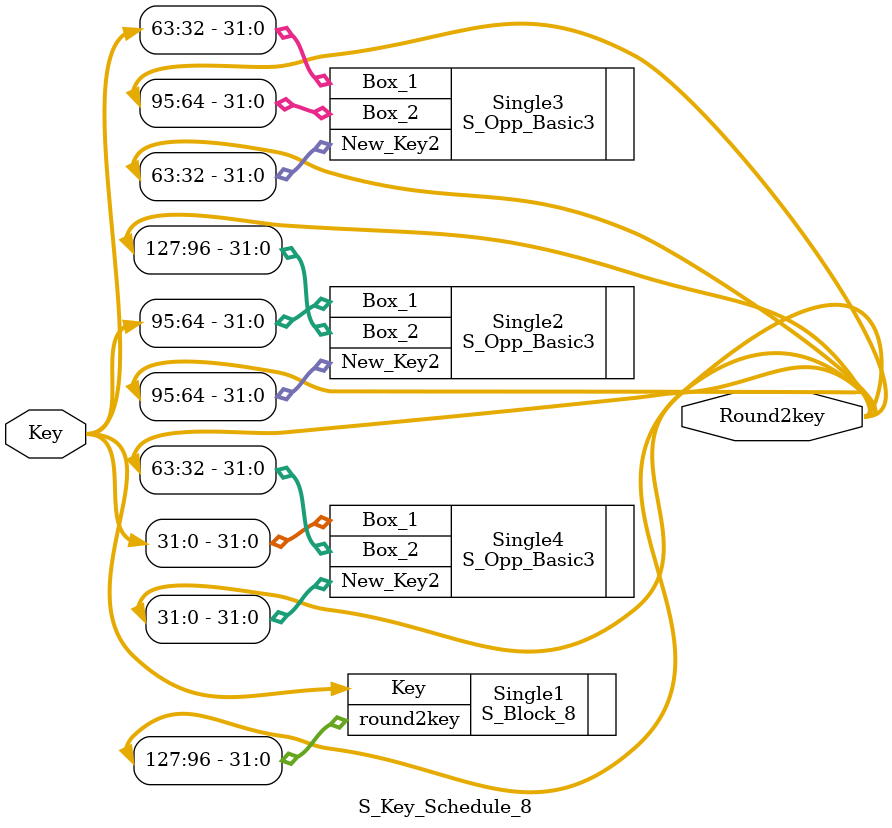
<source format=v>
module S_Key_Schedule_8(Key,Round2key);
  input [127:0]Key;
  output [127:0]Round2key;
  
S_Block_8  Single1 (
                     .Key(Key),                              
                     .round2key(Round2key[127:96])
                    );


S_Opp_Basic3 Single2 (
                       .Box_1(Key[95:64]), 
                       .Box_2(Round2key[127:96]), 
                       .New_Key2(Round2key[95:64])
                     );


S_Opp_Basic3 Single3 (
                       .Box_1(Key[63:32]), 
                       .Box_2(Round2key[95:64]), 
                       .New_Key2(Round2key[63:32])
                      );


S_Opp_Basic3 Single4 (
                       .Box_1(Key[31:0]), 
                       .Box_2(Round2key[63:32]), 
                       .New_Key2(Round2key[31:0])
                       );

endmodule


</source>
